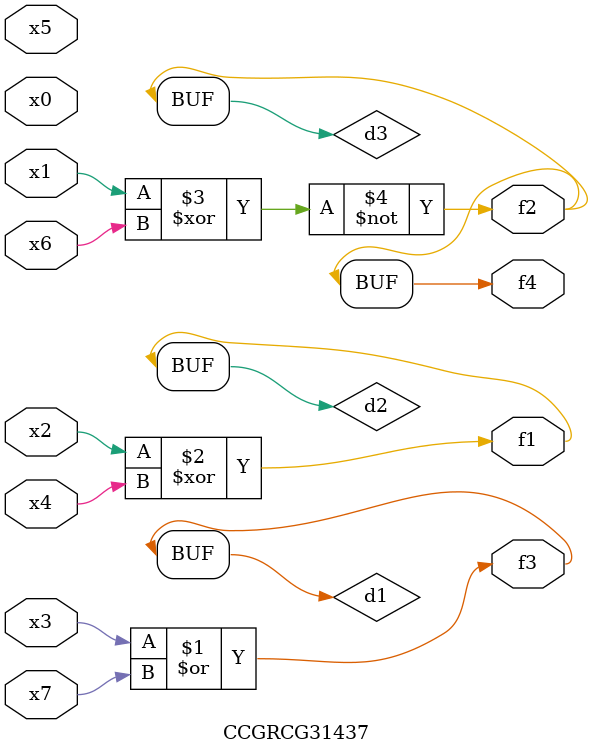
<source format=v>
module CCGRCG31437(
	input x0, x1, x2, x3, x4, x5, x6, x7,
	output f1, f2, f3, f4
);

	wire d1, d2, d3;

	or (d1, x3, x7);
	xor (d2, x2, x4);
	xnor (d3, x1, x6);
	assign f1 = d2;
	assign f2 = d3;
	assign f3 = d1;
	assign f4 = d3;
endmodule

</source>
